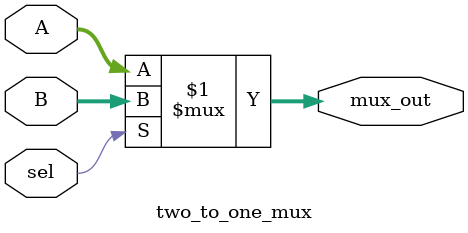
<source format=v>
module two_to_one_mux(input [31:0] A, B, input sel, output [31:0] mux_out);

	assign mux_out = (sel) ? B : A;
	// if PcSrc was 1 then B goes on output
	// if PcSrc was 0 then A goes on output
endmodule
</source>
